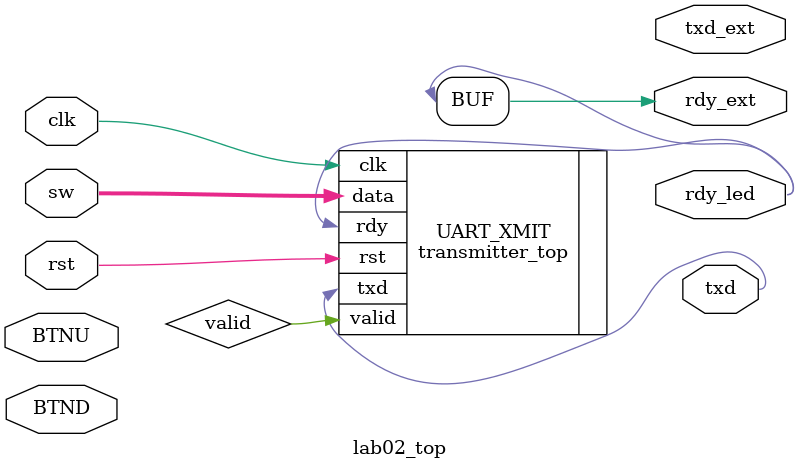
<source format=sv>
`timescale 1ns / 1ps


module lab02_top(
    input logic clk,rst,BTNU,BTND,
    input [7:0] sw,
    output logic rdy_led, rdy_ext, txd, txd_ext

    );
    logic valid, rdy_ext; //Valid wire


    transmitter_top UART_XMIT(.clk(clk) , .rst(rst), .valid(valid), .data(sw), .txd(txd), .rdy(rdy_led));
    assign rdy_ext = rdy_led;

endmodule

</source>
